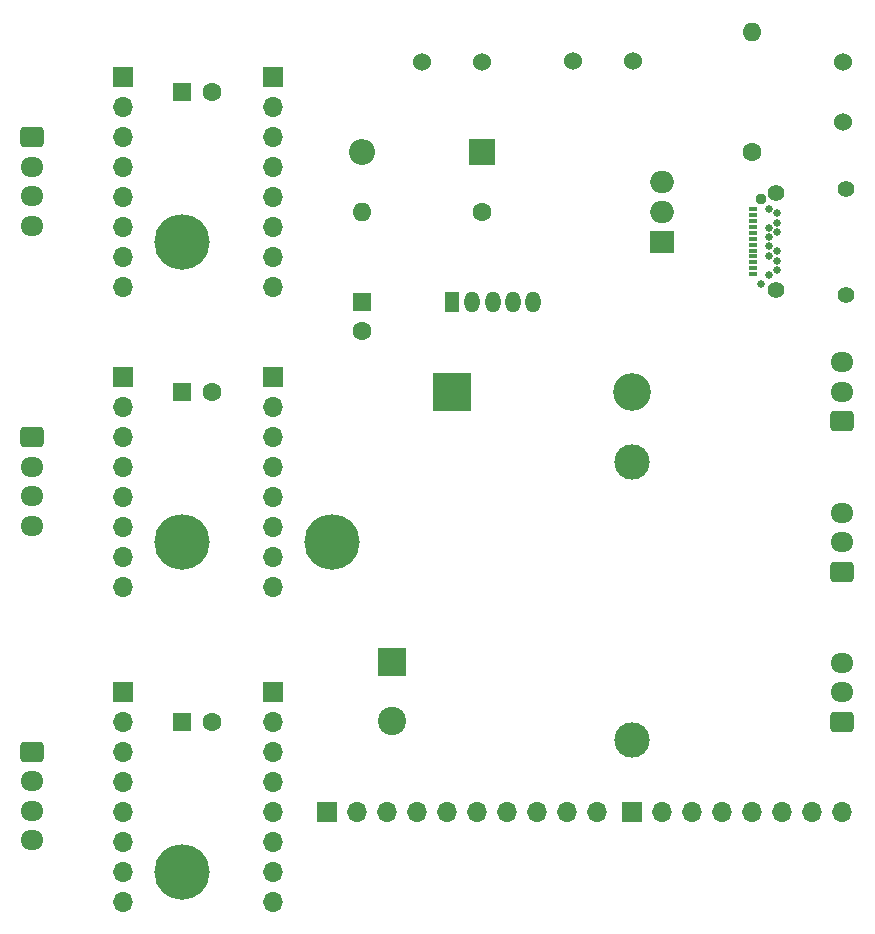
<source format=gbr>
%TF.GenerationSoftware,KiCad,Pcbnew,(6.0.2)*%
%TF.CreationDate,2022-02-25T10:45:33+01:00*%
%TF.ProjectId,CNC_interface,434e435f-696e-4746-9572-666163652e6b,rev?*%
%TF.SameCoordinates,Original*%
%TF.FileFunction,Soldermask,Top*%
%TF.FilePolarity,Negative*%
%FSLAX46Y46*%
G04 Gerber Fmt 4.6, Leading zero omitted, Abs format (unit mm)*
G04 Created by KiCad (PCBNEW (6.0.2)) date 2022-02-25 10:45:33*
%MOMM*%
%LPD*%
G01*
G04 APERTURE LIST*
G04 Aperture macros list*
%AMRoundRect*
0 Rectangle with rounded corners*
0 $1 Rounding radius*
0 $2 $3 $4 $5 $6 $7 $8 $9 X,Y pos of 4 corners*
0 Add a 4 corners polygon primitive as box body*
4,1,4,$2,$3,$4,$5,$6,$7,$8,$9,$2,$3,0*
0 Add four circle primitives for the rounded corners*
1,1,$1+$1,$2,$3*
1,1,$1+$1,$4,$5*
1,1,$1+$1,$6,$7*
1,1,$1+$1,$8,$9*
0 Add four rect primitives between the rounded corners*
20,1,$1+$1,$2,$3,$4,$5,0*
20,1,$1+$1,$4,$5,$6,$7,0*
20,1,$1+$1,$6,$7,$8,$9,0*
20,1,$1+$1,$8,$9,$2,$3,0*%
G04 Aperture macros list end*
%ADD10C,4.700000*%
%ADD11R,2.200000X2.200000*%
%ADD12O,2.200000X2.200000*%
%ADD13RoundRect,0.250000X-0.725000X0.600000X-0.725000X-0.600000X0.725000X-0.600000X0.725000X0.600000X0*%
%ADD14O,1.950000X1.700000*%
%ADD15C,1.524000*%
%ADD16R,1.700000X1.700000*%
%ADD17O,1.700000X1.700000*%
%ADD18RoundRect,0.250000X0.725000X-0.600000X0.725000X0.600000X-0.725000X0.600000X-0.725000X-0.600000X0*%
%ADD19R,2.000000X1.905000*%
%ADD20O,2.000000X1.905000*%
%ADD21R,1.600000X1.600000*%
%ADD22C,1.600000*%
%ADD23R,1.275000X1.800000*%
%ADD24O,1.275000X1.800000*%
%ADD25R,2.400000X2.400000*%
%ADD26C,2.400000*%
%ADD27O,3.200000X3.200000*%
%ADD28R,3.200000X3.200000*%
%ADD29O,1.600000X1.600000*%
%ADD30C,0.650000*%
%ADD31C,0.950000*%
%ADD32R,0.700000X0.300000*%
%ADD33C,1.400000*%
%ADD34C,3.000000*%
G04 APERTURE END LIST*
D10*
%TO.C,2M2.5*%
X132080000Y-101600000D03*
%TD*%
%TO.C,1M2.5*%
X132080000Y-76200000D03*
%TD*%
%TO.C,3M2.5*%
X132080000Y-129540000D03*
%TD*%
%TO.C,4M2.5*%
X144780000Y-101600000D03*
%TD*%
D11*
%TO.C,D1*%
X157480000Y-68580000D03*
D12*
X147320000Y-68580000D03*
%TD*%
D13*
%TO.C,J1*%
X119380000Y-119380000D03*
D14*
X119380000Y-121880000D03*
X119380000Y-124380000D03*
X119380000Y-126880000D03*
%TD*%
D13*
%TO.C,J2*%
X119380000Y-92770000D03*
D14*
X119380000Y-95270000D03*
X119380000Y-97770000D03*
X119380000Y-100270000D03*
%TD*%
D13*
%TO.C,J3*%
X119380000Y-67370000D03*
D14*
X119380000Y-69870000D03*
X119380000Y-72370000D03*
X119380000Y-74870000D03*
%TD*%
D15*
%TO.C,J6*%
X157480000Y-60960000D03*
X152400000Y-60960000D03*
%TD*%
D16*
%TO.C,J8*%
X127025000Y-114300000D03*
D17*
X127025000Y-116840000D03*
X127025000Y-119380000D03*
X127025000Y-121920000D03*
X127025000Y-124460000D03*
X127025000Y-127000000D03*
X127025000Y-129540000D03*
X127025000Y-132080000D03*
%TD*%
D16*
%TO.C,J9*%
X139725000Y-114300000D03*
D17*
X139725000Y-116840000D03*
X139725000Y-119380000D03*
X139725000Y-121920000D03*
X139725000Y-124460000D03*
X139725000Y-127000000D03*
X139725000Y-129540000D03*
X139725000Y-132080000D03*
%TD*%
D16*
%TO.C,J10*%
X127025000Y-87645000D03*
D17*
X127025000Y-90185000D03*
X127025000Y-92725000D03*
X127025000Y-95265000D03*
X127025000Y-97805000D03*
X127025000Y-100345000D03*
X127025000Y-102885000D03*
X127025000Y-105425000D03*
%TD*%
D16*
%TO.C,J11*%
X139725000Y-87645000D03*
D17*
X139725000Y-90185000D03*
X139725000Y-92725000D03*
X139725000Y-95265000D03*
X139725000Y-97805000D03*
X139725000Y-100345000D03*
X139725000Y-102885000D03*
X139725000Y-105425000D03*
%TD*%
D16*
%TO.C,J12*%
X127025000Y-62245000D03*
D17*
X127025000Y-64785000D03*
X127025000Y-67325000D03*
X127025000Y-69865000D03*
X127025000Y-72405000D03*
X127025000Y-74945000D03*
X127025000Y-77485000D03*
X127025000Y-80025000D03*
%TD*%
D16*
%TO.C,J13*%
X139725000Y-62245000D03*
D17*
X139725000Y-64785000D03*
X139725000Y-67325000D03*
X139725000Y-69865000D03*
X139725000Y-72405000D03*
X139725000Y-74945000D03*
X139725000Y-77485000D03*
X139725000Y-80025000D03*
%TD*%
D18*
%TO.C,J14*%
X187960000Y-91400000D03*
D14*
X187960000Y-88900000D03*
X187960000Y-86400000D03*
%TD*%
D18*
%TO.C,J15*%
X187960000Y-104140000D03*
D14*
X187960000Y-101640000D03*
X187960000Y-99140000D03*
%TD*%
D18*
%TO.C,J16*%
X187960000Y-116840000D03*
D14*
X187960000Y-114340000D03*
X187960000Y-111840000D03*
%TD*%
D19*
%TO.C,Q1*%
X172720000Y-76200000D03*
D20*
X172720000Y-73660000D03*
X172720000Y-71120000D03*
%TD*%
D15*
%TO.C,J5*%
X165195000Y-60865000D03*
X170275000Y-60865000D03*
%TD*%
D16*
%TO.C,J18*%
X144320000Y-124460000D03*
D17*
X146860000Y-124460000D03*
X149400000Y-124460000D03*
X151940000Y-124460000D03*
X154480000Y-124460000D03*
X157020000Y-124460000D03*
X159560000Y-124460000D03*
X162100000Y-124460000D03*
X164640000Y-124460000D03*
X167180000Y-124460000D03*
%TD*%
D21*
%TO.C,C4*%
X132080000Y-88900000D03*
D22*
X134580000Y-88900000D03*
%TD*%
D16*
%TO.C,J17*%
X170180000Y-124460000D03*
D17*
X172720000Y-124460000D03*
X175260000Y-124460000D03*
X177800000Y-124460000D03*
X180340000Y-124460000D03*
X182880000Y-124460000D03*
X185420000Y-124460000D03*
X187960000Y-124460000D03*
%TD*%
D23*
%TO.C,U1*%
X154940000Y-81280000D03*
D24*
X156640000Y-81280000D03*
X158340000Y-81280000D03*
X160040000Y-81280000D03*
X161740000Y-81280000D03*
%TD*%
D21*
%TO.C,C3*%
X132080000Y-116840000D03*
D22*
X134580000Y-116840000D03*
%TD*%
D25*
%TO.C,C2*%
X149860000Y-111760000D03*
D26*
X149860000Y-116760000D03*
%TD*%
D27*
%TO.C,D2*%
X170180000Y-88900000D03*
D28*
X154940000Y-88900000D03*
%TD*%
D22*
%TO.C,R1*%
X157480000Y-73660000D03*
D29*
X147320000Y-73660000D03*
%TD*%
D21*
%TO.C,C5*%
X132080000Y-63500000D03*
D22*
X134580000Y-63500000D03*
%TD*%
D21*
%TO.C,C1*%
X147320000Y-81280000D03*
D22*
X147320000Y-83780000D03*
%TD*%
D30*
%TO.C,J19*%
X181060000Y-79800000D03*
D31*
X181060000Y-72600000D03*
D32*
X180400000Y-78950000D03*
X180400000Y-78450000D03*
X180400000Y-77950000D03*
X180400000Y-77450000D03*
X180400000Y-76950000D03*
X180400000Y-76450000D03*
X180400000Y-75950000D03*
X180400000Y-75450000D03*
X180400000Y-74950000D03*
X180400000Y-74450000D03*
X180400000Y-73950000D03*
X180400000Y-73450000D03*
D30*
X181710000Y-73400000D03*
X182410000Y-73800000D03*
X182410000Y-74600000D03*
X181710000Y-75000000D03*
X182410000Y-75400000D03*
X181710000Y-75800000D03*
X181710000Y-76600000D03*
X182410000Y-77000000D03*
X181710000Y-77400000D03*
X182410000Y-77800000D03*
X182410000Y-78600000D03*
X181710000Y-79000000D03*
D33*
X182310000Y-80330000D03*
X188260000Y-71710000D03*
X182310000Y-72070000D03*
X188260000Y-80690000D03*
%TD*%
D22*
%TO.C,R2*%
X180340000Y-68580000D03*
D29*
X180340000Y-58420000D03*
%TD*%
D15*
%TO.C,J4*%
X188055000Y-60960000D03*
X188055000Y-66040000D03*
%TD*%
D34*
%TO.C,L1*%
X170180000Y-118380000D03*
X170180000Y-94880000D03*
%TD*%
M02*

</source>
